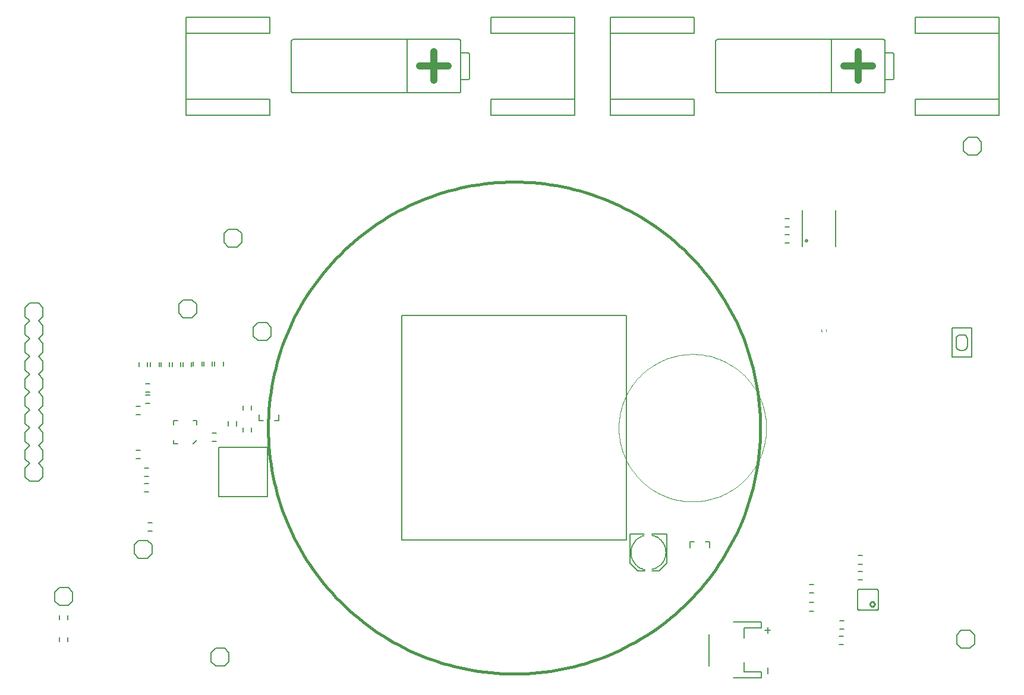
<source format=gto>
G75*
%MOIN*%
%OFA0B0*%
%FSLAX24Y24*%
%IPPOS*%
%LPD*%
%AMOC8*
5,1,8,0,0,1.08239X$1,22.5*
%
%ADD10C,0.0160*%
%ADD11C,0.0080*%
%ADD12C,0.0006*%
%ADD13C,0.0060*%
%ADD14C,0.0100*%
%ADD15C,0.0039*%
%ADD16C,0.0050*%
%ADD17C,0.0040*%
%ADD18R,0.0089X0.0098*%
%ADD19C,0.0400*%
%ADD20C,0.0070*%
D10*
X015254Y015180D02*
X015258Y015519D01*
X015271Y015857D01*
X015291Y016195D01*
X015320Y016533D01*
X015358Y016869D01*
X015403Y017205D01*
X015457Y017539D01*
X015519Y017872D01*
X015589Y018204D01*
X015668Y018533D01*
X015754Y018861D01*
X015848Y019186D01*
X015951Y019509D01*
X016061Y019829D01*
X016179Y020147D01*
X016304Y020461D01*
X016438Y020772D01*
X016579Y021080D01*
X016728Y021385D01*
X016883Y021685D01*
X017047Y021982D01*
X017217Y022275D01*
X017395Y022563D01*
X017580Y022847D01*
X017771Y023126D01*
X017970Y023401D01*
X018175Y023670D01*
X018386Y023935D01*
X018605Y024194D01*
X018829Y024448D01*
X019059Y024696D01*
X019296Y024938D01*
X019538Y025175D01*
X019786Y025405D01*
X020040Y025629D01*
X020299Y025848D01*
X020564Y026059D01*
X020833Y026264D01*
X021108Y026463D01*
X021387Y026654D01*
X021671Y026839D01*
X021959Y027017D01*
X022252Y027187D01*
X022549Y027351D01*
X022849Y027506D01*
X023154Y027655D01*
X023462Y027796D01*
X023773Y027930D01*
X024087Y028055D01*
X024405Y028173D01*
X024725Y028283D01*
X025048Y028386D01*
X025373Y028480D01*
X025701Y028566D01*
X026030Y028645D01*
X026362Y028715D01*
X026695Y028777D01*
X027029Y028831D01*
X027365Y028876D01*
X027701Y028914D01*
X028039Y028943D01*
X028377Y028963D01*
X028715Y028976D01*
X029054Y028980D01*
X029393Y028976D01*
X029731Y028963D01*
X030069Y028943D01*
X030407Y028914D01*
X030743Y028876D01*
X031079Y028831D01*
X031413Y028777D01*
X031746Y028715D01*
X032078Y028645D01*
X032407Y028566D01*
X032735Y028480D01*
X033060Y028386D01*
X033383Y028283D01*
X033703Y028173D01*
X034021Y028055D01*
X034335Y027930D01*
X034646Y027796D01*
X034954Y027655D01*
X035259Y027506D01*
X035559Y027351D01*
X035856Y027187D01*
X036149Y027017D01*
X036437Y026839D01*
X036721Y026654D01*
X037000Y026463D01*
X037275Y026264D01*
X037544Y026059D01*
X037809Y025848D01*
X038068Y025629D01*
X038322Y025405D01*
X038570Y025175D01*
X038812Y024938D01*
X039049Y024696D01*
X039279Y024448D01*
X039503Y024194D01*
X039722Y023935D01*
X039933Y023670D01*
X040138Y023401D01*
X040337Y023126D01*
X040528Y022847D01*
X040713Y022563D01*
X040891Y022275D01*
X041061Y021982D01*
X041225Y021685D01*
X041380Y021385D01*
X041529Y021080D01*
X041670Y020772D01*
X041804Y020461D01*
X041929Y020147D01*
X042047Y019829D01*
X042157Y019509D01*
X042260Y019186D01*
X042354Y018861D01*
X042440Y018533D01*
X042519Y018204D01*
X042589Y017872D01*
X042651Y017539D01*
X042705Y017205D01*
X042750Y016869D01*
X042788Y016533D01*
X042817Y016195D01*
X042837Y015857D01*
X042850Y015519D01*
X042854Y015180D01*
X042850Y014841D01*
X042837Y014503D01*
X042817Y014165D01*
X042788Y013827D01*
X042750Y013491D01*
X042705Y013155D01*
X042651Y012821D01*
X042589Y012488D01*
X042519Y012156D01*
X042440Y011827D01*
X042354Y011499D01*
X042260Y011174D01*
X042157Y010851D01*
X042047Y010531D01*
X041929Y010213D01*
X041804Y009899D01*
X041670Y009588D01*
X041529Y009280D01*
X041380Y008975D01*
X041225Y008675D01*
X041061Y008378D01*
X040891Y008085D01*
X040713Y007797D01*
X040528Y007513D01*
X040337Y007234D01*
X040138Y006959D01*
X039933Y006690D01*
X039722Y006425D01*
X039503Y006166D01*
X039279Y005912D01*
X039049Y005664D01*
X038812Y005422D01*
X038570Y005185D01*
X038322Y004955D01*
X038068Y004731D01*
X037809Y004512D01*
X037544Y004301D01*
X037275Y004096D01*
X037000Y003897D01*
X036721Y003706D01*
X036437Y003521D01*
X036149Y003343D01*
X035856Y003173D01*
X035559Y003009D01*
X035259Y002854D01*
X034954Y002705D01*
X034646Y002564D01*
X034335Y002430D01*
X034021Y002305D01*
X033703Y002187D01*
X033383Y002077D01*
X033060Y001974D01*
X032735Y001880D01*
X032407Y001794D01*
X032078Y001715D01*
X031746Y001645D01*
X031413Y001583D01*
X031079Y001529D01*
X030743Y001484D01*
X030407Y001446D01*
X030069Y001417D01*
X029731Y001397D01*
X029393Y001384D01*
X029054Y001380D01*
X028715Y001384D01*
X028377Y001397D01*
X028039Y001417D01*
X027701Y001446D01*
X027365Y001484D01*
X027029Y001529D01*
X026695Y001583D01*
X026362Y001645D01*
X026030Y001715D01*
X025701Y001794D01*
X025373Y001880D01*
X025048Y001974D01*
X024725Y002077D01*
X024405Y002187D01*
X024087Y002305D01*
X023773Y002430D01*
X023462Y002564D01*
X023154Y002705D01*
X022849Y002854D01*
X022549Y003009D01*
X022252Y003173D01*
X021959Y003343D01*
X021671Y003521D01*
X021387Y003706D01*
X021108Y003897D01*
X020833Y004096D01*
X020564Y004301D01*
X020299Y004512D01*
X020040Y004731D01*
X019786Y004955D01*
X019538Y005185D01*
X019296Y005422D01*
X019059Y005664D01*
X018829Y005912D01*
X018605Y006166D01*
X018386Y006425D01*
X018175Y006690D01*
X017970Y006959D01*
X017771Y007234D01*
X017580Y007513D01*
X017395Y007797D01*
X017217Y008085D01*
X017047Y008378D01*
X016883Y008675D01*
X016728Y008975D01*
X016579Y009280D01*
X016438Y009588D01*
X016304Y009899D01*
X016179Y010213D01*
X016061Y010531D01*
X015951Y010851D01*
X015848Y011174D01*
X015754Y011499D01*
X015668Y011827D01*
X015589Y012156D01*
X015519Y012488D01*
X015457Y012821D01*
X015403Y013155D01*
X015358Y013491D01*
X015320Y013827D01*
X015291Y014165D01*
X015271Y014503D01*
X015258Y014841D01*
X015254Y015180D01*
D11*
X014979Y015599D02*
X014743Y015599D01*
X014743Y015914D01*
X015609Y015599D02*
X015845Y015599D01*
X015845Y015914D01*
X011250Y015589D02*
X011250Y015373D01*
X011250Y015589D02*
X011034Y015589D01*
X010167Y015589D02*
X009951Y015589D01*
X009951Y015373D01*
X009951Y014507D02*
X009951Y014290D01*
X010167Y014290D01*
X011034Y014290D02*
X011250Y014507D01*
X008484Y008867D02*
X007984Y008867D01*
X007734Y008617D01*
X007734Y008117D01*
X007984Y007867D01*
X008484Y007867D01*
X008734Y008117D01*
X008734Y008617D01*
X008484Y008867D01*
X004290Y005963D02*
X004290Y005463D01*
X004040Y005213D01*
X003540Y005213D01*
X003290Y005463D01*
X003290Y005963D01*
X003540Y006213D01*
X004040Y006213D01*
X004290Y005963D01*
X012046Y002569D02*
X012046Y002069D01*
X012296Y001819D01*
X012796Y001819D01*
X013046Y002069D01*
X013046Y002569D01*
X012796Y002819D01*
X012296Y002819D01*
X012046Y002569D01*
X002370Y012180D02*
X001870Y012180D01*
X001620Y012430D01*
X001620Y012930D01*
X001870Y013180D01*
X001620Y013430D01*
X001620Y013930D01*
X001870Y014180D01*
X001620Y014430D01*
X001620Y014930D01*
X001870Y015180D01*
X001620Y015430D01*
X001620Y015930D01*
X001870Y016180D01*
X001620Y016430D01*
X001620Y016930D01*
X001870Y017180D01*
X001620Y017430D01*
X001620Y017930D01*
X001870Y018180D01*
X001620Y018430D01*
X001620Y018930D01*
X001870Y019180D01*
X001620Y019430D01*
X001620Y019930D01*
X001870Y020180D01*
X001620Y020430D01*
X001620Y020930D01*
X001870Y021180D01*
X001620Y021430D01*
X001620Y021930D01*
X001870Y022180D01*
X002370Y022180D01*
X002620Y021930D01*
X002620Y021430D01*
X002370Y021180D01*
X002620Y020930D01*
X002620Y020430D01*
X002370Y020180D01*
X002620Y019930D01*
X002620Y019430D01*
X002370Y019180D01*
X002620Y018930D01*
X002620Y018430D01*
X002370Y018180D01*
X002620Y017930D01*
X002620Y017430D01*
X002370Y017180D01*
X002620Y016930D01*
X002620Y016430D01*
X002370Y016180D01*
X002620Y015930D01*
X002620Y015430D01*
X002370Y015180D01*
X002620Y014930D01*
X002620Y014430D01*
X002370Y014180D01*
X002620Y013930D01*
X002620Y013430D01*
X002370Y013180D01*
X002620Y012930D01*
X002620Y012430D01*
X002370Y012180D01*
X014426Y020339D02*
X014676Y020089D01*
X015176Y020089D01*
X015426Y020339D01*
X015426Y020839D01*
X015176Y021089D01*
X014676Y021089D01*
X014426Y020839D01*
X014426Y020339D01*
X011234Y021619D02*
X011234Y022119D01*
X010984Y022369D01*
X010484Y022369D01*
X010234Y022119D01*
X010234Y021619D01*
X010484Y021369D01*
X010984Y021369D01*
X011234Y021619D01*
X013024Y025333D02*
X013524Y025333D01*
X013774Y025583D01*
X013774Y026083D01*
X013524Y026333D01*
X013024Y026333D01*
X012774Y026083D01*
X012774Y025583D01*
X013024Y025333D01*
X016654Y033980D02*
X023054Y033980D01*
X025954Y033980D01*
X025971Y033982D01*
X025988Y033986D01*
X026004Y033993D01*
X026018Y034003D01*
X026031Y034016D01*
X026041Y034030D01*
X026048Y034046D01*
X026052Y034063D01*
X026054Y034080D01*
X026054Y034730D01*
X026454Y034730D01*
X026471Y034732D01*
X026488Y034736D01*
X026504Y034743D01*
X026518Y034753D01*
X026531Y034766D01*
X026541Y034780D01*
X026548Y034796D01*
X026552Y034813D01*
X026554Y034830D01*
X026554Y036130D01*
X026552Y036147D01*
X026548Y036164D01*
X026541Y036180D01*
X026531Y036194D01*
X026518Y036207D01*
X026504Y036217D01*
X026488Y036224D01*
X026471Y036228D01*
X026454Y036230D01*
X026054Y036230D01*
X026054Y034730D01*
X026054Y036230D02*
X026054Y036880D01*
X026052Y036897D01*
X026048Y036914D01*
X026041Y036930D01*
X026031Y036944D01*
X026018Y036957D01*
X026004Y036967D01*
X025988Y036974D01*
X025971Y036978D01*
X025954Y036980D01*
X023054Y036980D01*
X016654Y036980D01*
X016637Y036978D01*
X016620Y036974D01*
X016604Y036967D01*
X016590Y036957D01*
X016577Y036944D01*
X016567Y036930D01*
X016560Y036914D01*
X016556Y036897D01*
X016554Y036880D01*
X016554Y034080D01*
X016556Y034063D01*
X016560Y034046D01*
X016567Y034030D01*
X016577Y034016D01*
X016590Y034003D01*
X016604Y033993D01*
X016620Y033986D01*
X016637Y033982D01*
X016654Y033980D01*
X023054Y033980D02*
X023054Y036980D01*
X040354Y036880D02*
X040354Y034080D01*
X040356Y034063D01*
X040360Y034046D01*
X040367Y034030D01*
X040377Y034016D01*
X040390Y034003D01*
X040404Y033993D01*
X040420Y033986D01*
X040437Y033982D01*
X040454Y033980D01*
X046854Y033980D01*
X049754Y033980D01*
X049771Y033982D01*
X049788Y033986D01*
X049804Y033993D01*
X049818Y034003D01*
X049831Y034016D01*
X049841Y034030D01*
X049848Y034046D01*
X049852Y034063D01*
X049854Y034080D01*
X049854Y034730D01*
X050254Y034730D01*
X050271Y034732D01*
X050288Y034736D01*
X050304Y034743D01*
X050318Y034753D01*
X050331Y034766D01*
X050341Y034780D01*
X050348Y034796D01*
X050352Y034813D01*
X050354Y034830D01*
X050354Y036130D01*
X050352Y036147D01*
X050348Y036164D01*
X050341Y036180D01*
X050331Y036194D01*
X050318Y036207D01*
X050304Y036217D01*
X050288Y036224D01*
X050271Y036228D01*
X050254Y036230D01*
X049854Y036230D01*
X049854Y034730D01*
X049854Y036230D02*
X049854Y036880D01*
X049852Y036897D01*
X049848Y036914D01*
X049841Y036930D01*
X049831Y036944D01*
X049818Y036957D01*
X049804Y036967D01*
X049788Y036974D01*
X049771Y036978D01*
X049754Y036980D01*
X046854Y036980D01*
X040454Y036980D01*
X040437Y036978D01*
X040420Y036974D01*
X040404Y036967D01*
X040390Y036957D01*
X040377Y036944D01*
X040367Y036930D01*
X040360Y036914D01*
X040356Y036897D01*
X040354Y036880D01*
X046854Y036980D02*
X046854Y033980D01*
X054251Y031234D02*
X054251Y030734D01*
X054501Y030484D01*
X055001Y030484D01*
X055251Y030734D01*
X055251Y031234D01*
X055001Y031484D01*
X054501Y031484D01*
X054251Y031234D01*
X045387Y025690D02*
X045389Y025705D01*
X045395Y025718D01*
X045404Y025730D01*
X045415Y025739D01*
X045429Y025745D01*
X045444Y025747D01*
X045459Y025745D01*
X045472Y025739D01*
X045484Y025730D01*
X045493Y025719D01*
X045499Y025705D01*
X045501Y025690D01*
X045499Y025675D01*
X045493Y025662D01*
X045484Y025650D01*
X045473Y025641D01*
X045459Y025635D01*
X045444Y025633D01*
X045429Y025635D01*
X045416Y025641D01*
X045404Y025650D01*
X045395Y025661D01*
X045389Y025675D01*
X045387Y025690D01*
X037622Y009231D02*
X036795Y009231D01*
X036362Y009231D02*
X035535Y009231D01*
X035535Y007578D01*
X035968Y007145D01*
X036382Y007145D01*
X036795Y007145D02*
X037189Y007145D01*
X037622Y007578D01*
X037622Y009231D01*
X038915Y008780D02*
X038915Y008465D01*
X038915Y008780D02*
X039151Y008780D01*
X039781Y008780D02*
X040017Y008780D01*
X040017Y008465D01*
X036795Y009153D02*
X036854Y009138D01*
X036911Y009120D01*
X036968Y009098D01*
X037023Y009073D01*
X037076Y009044D01*
X037128Y009012D01*
X037177Y008977D01*
X037224Y008939D01*
X037269Y008898D01*
X037311Y008854D01*
X037350Y008808D01*
X037386Y008760D01*
X037420Y008709D01*
X037450Y008656D01*
X037476Y008602D01*
X037500Y008546D01*
X037519Y008489D01*
X037535Y008430D01*
X037548Y008371D01*
X037557Y008311D01*
X037562Y008251D01*
X037563Y008190D01*
X037560Y008129D01*
X037554Y008069D01*
X037544Y008009D01*
X037530Y007950D01*
X037513Y007892D01*
X037492Y007835D01*
X037468Y007780D01*
X037440Y007726D01*
X037409Y007674D01*
X037375Y007624D01*
X037337Y007576D01*
X037297Y007531D01*
X037254Y007488D01*
X037209Y007448D01*
X037161Y007411D01*
X037111Y007377D01*
X037059Y007346D01*
X037005Y007319D01*
X036949Y007294D01*
X036892Y007274D01*
X036834Y007257D01*
X036775Y007243D01*
X036381Y007223D02*
X036321Y007238D01*
X036262Y007256D01*
X036204Y007279D01*
X036147Y007305D01*
X036093Y007334D01*
X036040Y007367D01*
X035989Y007403D01*
X035941Y007442D01*
X035895Y007484D01*
X035853Y007529D01*
X035812Y007576D01*
X035776Y007626D01*
X035742Y007678D01*
X035711Y007732D01*
X035684Y007788D01*
X035661Y007846D01*
X035641Y007905D01*
X035625Y007965D01*
X035613Y008025D01*
X035604Y008087D01*
X035600Y008149D01*
X035599Y008211D01*
X035602Y008273D01*
X035610Y008335D01*
X035621Y008396D01*
X035635Y008456D01*
X035654Y008515D01*
X035676Y008573D01*
X035702Y008630D01*
X035731Y008684D01*
X035764Y008737D01*
X035800Y008788D01*
X035839Y008836D01*
X035881Y008882D01*
X035926Y008925D01*
X035973Y008965D01*
X036023Y009002D01*
X036075Y009036D01*
X036129Y009066D01*
X036185Y009093D01*
X036243Y009117D01*
X036302Y009137D01*
X036362Y009153D01*
X053877Y003559D02*
X053877Y003059D01*
X054127Y002809D01*
X054627Y002809D01*
X054877Y003059D01*
X054877Y003559D01*
X054627Y003809D01*
X054127Y003809D01*
X053877Y003559D01*
D12*
X049371Y004939D02*
X049371Y004993D01*
X049372Y004992D02*
X049387Y004994D01*
X049401Y005000D01*
X049414Y005008D01*
X049424Y005018D01*
X049432Y005031D01*
X049438Y005045D01*
X049440Y005060D01*
X049493Y005061D01*
X049494Y005060D01*
X049492Y005039D01*
X049486Y005019D01*
X049477Y005000D01*
X049465Y004982D01*
X049450Y004967D01*
X049432Y004955D01*
X049413Y004946D01*
X049393Y004940D01*
X049372Y004938D01*
X049372Y004943D01*
X049392Y004945D01*
X049412Y004951D01*
X049430Y004960D01*
X049446Y004971D01*
X049461Y004986D01*
X049472Y005002D01*
X049481Y005020D01*
X049487Y005040D01*
X049489Y005060D01*
X049484Y005060D01*
X049482Y005041D01*
X049476Y005022D01*
X049468Y005005D01*
X049457Y004989D01*
X049443Y004975D01*
X049427Y004964D01*
X049410Y004956D01*
X049391Y004950D01*
X049372Y004948D01*
X049372Y004953D01*
X049390Y004955D01*
X049408Y004960D01*
X049425Y004968D01*
X049440Y004979D01*
X049453Y004992D01*
X049464Y005007D01*
X049472Y005024D01*
X049477Y005042D01*
X049479Y005060D01*
X049474Y005060D01*
X049472Y005040D01*
X049465Y005021D01*
X049456Y005004D01*
X049443Y004989D01*
X049428Y004976D01*
X049411Y004967D01*
X049392Y004960D01*
X049372Y004958D01*
X049372Y004963D01*
X049391Y004965D01*
X049409Y004971D01*
X049425Y004980D01*
X049440Y004992D01*
X049452Y005007D01*
X049461Y005023D01*
X049467Y005041D01*
X049469Y005060D01*
X049464Y005060D01*
X049462Y005042D01*
X049456Y005025D01*
X049448Y005010D01*
X049436Y004996D01*
X049422Y004984D01*
X049407Y004976D01*
X049390Y004970D01*
X049372Y004968D01*
X049372Y004973D01*
X049389Y004975D01*
X049405Y004980D01*
X049420Y004989D01*
X049433Y004999D01*
X049443Y005012D01*
X049452Y005027D01*
X049457Y005043D01*
X049459Y005060D01*
X049454Y005060D01*
X049452Y005044D01*
X049447Y005029D01*
X049439Y005015D01*
X049429Y005003D01*
X049417Y004993D01*
X049403Y004985D01*
X049388Y004980D01*
X049372Y004978D01*
X049372Y004983D01*
X049389Y004986D01*
X049405Y004991D01*
X049419Y005001D01*
X049431Y005013D01*
X049441Y005027D01*
X049446Y005043D01*
X049449Y005060D01*
X049444Y005060D01*
X049442Y005044D01*
X049436Y005029D01*
X049427Y005016D01*
X049416Y005005D01*
X049403Y004996D01*
X049388Y004990D01*
X049372Y004988D01*
X048273Y005061D02*
X048327Y005061D01*
X048326Y005060D02*
X048328Y005045D01*
X048334Y005031D01*
X048342Y005018D01*
X048352Y005008D01*
X048365Y005000D01*
X048379Y004994D01*
X048394Y004992D01*
X048395Y004939D01*
X048394Y004938D01*
X048373Y004940D01*
X048353Y004946D01*
X048334Y004955D01*
X048316Y004967D01*
X048301Y004982D01*
X048289Y005000D01*
X048280Y005019D01*
X048274Y005039D01*
X048272Y005060D01*
X048277Y005060D01*
X048279Y005040D01*
X048285Y005020D01*
X048294Y005002D01*
X048305Y004986D01*
X048320Y004971D01*
X048336Y004960D01*
X048354Y004951D01*
X048374Y004945D01*
X048394Y004943D01*
X048394Y004948D01*
X048375Y004950D01*
X048356Y004956D01*
X048339Y004964D01*
X048323Y004975D01*
X048309Y004989D01*
X048298Y005005D01*
X048290Y005022D01*
X048284Y005041D01*
X048282Y005060D01*
X048287Y005060D01*
X048289Y005042D01*
X048294Y005024D01*
X048302Y005007D01*
X048313Y004992D01*
X048326Y004979D01*
X048341Y004968D01*
X048358Y004960D01*
X048376Y004955D01*
X048394Y004953D01*
X048394Y004958D01*
X048374Y004960D01*
X048355Y004967D01*
X048338Y004976D01*
X048323Y004989D01*
X048310Y005004D01*
X048301Y005021D01*
X048294Y005040D01*
X048292Y005060D01*
X048297Y005060D01*
X048299Y005041D01*
X048305Y005023D01*
X048314Y005007D01*
X048326Y004992D01*
X048341Y004980D01*
X048357Y004971D01*
X048375Y004965D01*
X048394Y004963D01*
X048394Y004968D01*
X048376Y004970D01*
X048359Y004976D01*
X048344Y004984D01*
X048330Y004996D01*
X048318Y005010D01*
X048310Y005025D01*
X048304Y005042D01*
X048302Y005060D01*
X048307Y005060D01*
X048309Y005043D01*
X048314Y005027D01*
X048323Y005012D01*
X048333Y004999D01*
X048346Y004989D01*
X048361Y004980D01*
X048377Y004975D01*
X048394Y004973D01*
X048394Y004978D01*
X048378Y004980D01*
X048363Y004985D01*
X048349Y004993D01*
X048337Y005003D01*
X048327Y005015D01*
X048319Y005029D01*
X048314Y005044D01*
X048312Y005060D01*
X048317Y005060D01*
X048320Y005043D01*
X048325Y005027D01*
X048335Y005013D01*
X048347Y005001D01*
X048361Y004991D01*
X048377Y004986D01*
X048394Y004983D01*
X048394Y004988D01*
X048378Y004990D01*
X048363Y004996D01*
X048350Y005005D01*
X048339Y005016D01*
X048330Y005029D01*
X048324Y005044D01*
X048322Y005060D01*
D13*
X003539Y003435D02*
X003539Y003199D01*
X004011Y003199D02*
X004011Y003435D01*
X004017Y004419D02*
X004017Y004656D01*
X003545Y004656D02*
X003545Y004419D01*
X008511Y009393D02*
X008748Y009393D01*
X008748Y009865D02*
X008511Y009865D01*
X008560Y011575D02*
X008324Y011575D01*
X008324Y012048D02*
X008560Y012048D01*
X008560Y012451D02*
X008324Y012451D01*
X008324Y012923D02*
X008560Y012923D01*
X008074Y013452D02*
X007837Y013452D01*
X007837Y013925D02*
X008074Y013925D01*
X008074Y015923D02*
X007837Y015923D01*
X007837Y016396D02*
X008074Y016396D01*
X008383Y016562D02*
X008619Y016562D01*
X008619Y017034D02*
X008383Y017034D01*
X008383Y017183D02*
X008619Y017183D01*
X008619Y017656D02*
X008383Y017656D01*
X008482Y018625D02*
X008482Y018861D01*
X008659Y018861D02*
X008659Y018625D01*
X009131Y018625D02*
X009131Y018861D01*
X009250Y018868D02*
X009250Y018632D01*
X009723Y018632D02*
X009723Y018868D01*
X009879Y018868D02*
X009879Y018632D01*
X010352Y018632D02*
X010352Y018868D01*
X010469Y018868D02*
X010469Y018632D01*
X010941Y018632D02*
X010941Y018868D01*
X011060Y018881D02*
X011060Y018645D01*
X011532Y018645D02*
X011532Y018881D01*
X011651Y018881D02*
X011651Y018645D01*
X012123Y018645D02*
X012123Y018881D01*
X012261Y018888D02*
X012261Y018652D01*
X012734Y018652D02*
X012734Y018888D01*
X013847Y016416D02*
X013847Y016180D01*
X014319Y016180D02*
X014319Y016416D01*
X013493Y015545D02*
X013493Y015308D01*
X013848Y015204D02*
X013848Y014967D01*
X014320Y014967D02*
X014320Y015204D01*
X013020Y015308D02*
X013020Y015545D01*
X012337Y014885D02*
X012100Y014885D01*
X012100Y014412D02*
X012337Y014412D01*
X008010Y018625D02*
X008010Y018861D01*
X044236Y025544D02*
X044472Y025544D01*
X044472Y026016D02*
X044236Y026016D01*
X044236Y026444D02*
X044472Y026444D01*
X044472Y026916D02*
X044236Y026916D01*
X045224Y027380D02*
X045224Y025370D01*
X047084Y025370D02*
X047084Y027380D01*
X048356Y008011D02*
X048592Y008011D01*
X048592Y007539D02*
X048356Y007539D01*
X048356Y007141D02*
X048592Y007141D01*
X048592Y006669D02*
X048356Y006669D01*
X048397Y006130D02*
X049369Y006130D01*
X049369Y006129D02*
X049386Y006128D01*
X049403Y006123D01*
X049418Y006116D01*
X049432Y006106D01*
X049444Y006094D01*
X049454Y006080D01*
X049461Y006065D01*
X049466Y006048D01*
X049467Y006031D01*
X049467Y006035D02*
X049467Y005067D01*
X049365Y004964D02*
X048397Y004964D01*
X048298Y005067D02*
X048298Y006035D01*
X048299Y006031D02*
X048300Y006048D01*
X048305Y006065D01*
X048312Y006080D01*
X048322Y006094D01*
X048334Y006106D01*
X048348Y006116D01*
X048363Y006123D01*
X048380Y006128D01*
X048397Y006129D01*
X045835Y005928D02*
X045599Y005928D01*
X045613Y005377D02*
X045849Y005377D01*
X045849Y004904D02*
X045613Y004904D01*
X047310Y004350D02*
X047546Y004350D01*
X047546Y003878D02*
X047310Y003878D01*
X047290Y003500D02*
X047526Y003500D01*
X047526Y003027D02*
X047290Y003027D01*
X045835Y006400D02*
X045599Y006400D01*
D14*
X049009Y005291D02*
X049011Y005313D01*
X049017Y005335D01*
X049026Y005355D01*
X049039Y005373D01*
X049055Y005389D01*
X049073Y005402D01*
X049093Y005411D01*
X049115Y005417D01*
X049137Y005419D01*
X049159Y005417D01*
X049181Y005411D01*
X049201Y005402D01*
X049219Y005389D01*
X049235Y005373D01*
X049248Y005355D01*
X049257Y005335D01*
X049263Y005313D01*
X049265Y005291D01*
X049263Y005269D01*
X049257Y005247D01*
X049248Y005227D01*
X049235Y005209D01*
X049219Y005193D01*
X049201Y005180D01*
X049181Y005171D01*
X049159Y005165D01*
X049137Y005163D01*
X049115Y005165D01*
X049093Y005171D01*
X049073Y005180D01*
X049055Y005193D01*
X049039Y005209D01*
X049026Y005227D01*
X049017Y005247D01*
X049011Y005269D01*
X049009Y005291D01*
D15*
X034920Y015180D02*
X034922Y015308D01*
X034928Y015436D01*
X034938Y015563D01*
X034952Y015691D01*
X034969Y015817D01*
X034991Y015943D01*
X035017Y016069D01*
X035046Y016193D01*
X035079Y016317D01*
X035116Y016439D01*
X035157Y016560D01*
X035202Y016680D01*
X035250Y016799D01*
X035302Y016916D01*
X035358Y017031D01*
X035417Y017145D01*
X035479Y017256D01*
X035545Y017366D01*
X035614Y017473D01*
X035687Y017579D01*
X035763Y017682D01*
X035842Y017782D01*
X035924Y017881D01*
X036009Y017976D01*
X036097Y018069D01*
X036188Y018159D01*
X036281Y018246D01*
X036378Y018331D01*
X036476Y018412D01*
X036578Y018490D01*
X036681Y018565D01*
X036787Y018637D01*
X036895Y018706D01*
X037005Y018771D01*
X037118Y018832D01*
X037232Y018891D01*
X037347Y018945D01*
X037465Y018996D01*
X037583Y019044D01*
X037704Y019087D01*
X037825Y019127D01*
X037948Y019163D01*
X038072Y019196D01*
X038197Y019224D01*
X038322Y019249D01*
X038448Y019269D01*
X038575Y019286D01*
X038703Y019299D01*
X038830Y019308D01*
X038958Y019313D01*
X039086Y019314D01*
X039214Y019311D01*
X039342Y019304D01*
X039469Y019293D01*
X039596Y019278D01*
X039723Y019260D01*
X039849Y019237D01*
X039974Y019210D01*
X040098Y019180D01*
X040221Y019146D01*
X040344Y019108D01*
X040465Y019066D01*
X040584Y019020D01*
X040702Y018971D01*
X040819Y018918D01*
X040934Y018862D01*
X041047Y018802D01*
X041158Y018739D01*
X041267Y018672D01*
X041374Y018602D01*
X041479Y018528D01*
X041581Y018452D01*
X041681Y018372D01*
X041779Y018289D01*
X041874Y018203D01*
X041966Y018114D01*
X042055Y018023D01*
X042142Y017929D01*
X042225Y017832D01*
X042306Y017732D01*
X042383Y017631D01*
X042458Y017526D01*
X042529Y017420D01*
X042596Y017311D01*
X042661Y017201D01*
X042721Y017088D01*
X042779Y016974D01*
X042832Y016858D01*
X042882Y016740D01*
X042929Y016621D01*
X042972Y016500D01*
X043011Y016378D01*
X043046Y016255D01*
X043077Y016131D01*
X043105Y016006D01*
X043128Y015880D01*
X043148Y015754D01*
X043164Y015627D01*
X043176Y015500D01*
X043184Y015372D01*
X043188Y015244D01*
X043188Y015116D01*
X043184Y014988D01*
X043176Y014860D01*
X043164Y014733D01*
X043148Y014606D01*
X043128Y014480D01*
X043105Y014354D01*
X043077Y014229D01*
X043046Y014105D01*
X043011Y013982D01*
X042972Y013860D01*
X042929Y013739D01*
X042882Y013620D01*
X042832Y013502D01*
X042779Y013386D01*
X042721Y013272D01*
X042661Y013159D01*
X042596Y013049D01*
X042529Y012940D01*
X042458Y012834D01*
X042383Y012729D01*
X042306Y012628D01*
X042225Y012528D01*
X042142Y012431D01*
X042055Y012337D01*
X041966Y012246D01*
X041874Y012157D01*
X041779Y012071D01*
X041681Y011988D01*
X041581Y011908D01*
X041479Y011832D01*
X041374Y011758D01*
X041267Y011688D01*
X041158Y011621D01*
X041047Y011558D01*
X040934Y011498D01*
X040819Y011442D01*
X040702Y011389D01*
X040584Y011340D01*
X040465Y011294D01*
X040344Y011252D01*
X040221Y011214D01*
X040098Y011180D01*
X039974Y011150D01*
X039849Y011123D01*
X039723Y011100D01*
X039596Y011082D01*
X039469Y011067D01*
X039342Y011056D01*
X039214Y011049D01*
X039086Y011046D01*
X038958Y011047D01*
X038830Y011052D01*
X038703Y011061D01*
X038575Y011074D01*
X038448Y011091D01*
X038322Y011111D01*
X038197Y011136D01*
X038072Y011164D01*
X037948Y011197D01*
X037825Y011233D01*
X037704Y011273D01*
X037583Y011316D01*
X037465Y011364D01*
X037347Y011415D01*
X037232Y011469D01*
X037118Y011528D01*
X037005Y011589D01*
X036895Y011654D01*
X036787Y011723D01*
X036681Y011795D01*
X036578Y011870D01*
X036476Y011948D01*
X036378Y012029D01*
X036281Y012114D01*
X036188Y012201D01*
X036097Y012291D01*
X036009Y012384D01*
X035924Y012479D01*
X035842Y012578D01*
X035763Y012678D01*
X035687Y012781D01*
X035614Y012887D01*
X035545Y012994D01*
X035479Y013104D01*
X035417Y013215D01*
X035358Y013329D01*
X035302Y013444D01*
X035250Y013561D01*
X035202Y013680D01*
X035157Y013800D01*
X035116Y013921D01*
X035079Y014043D01*
X035046Y014167D01*
X035017Y014291D01*
X034991Y014417D01*
X034969Y014543D01*
X034952Y014669D01*
X034938Y014797D01*
X034928Y014924D01*
X034922Y015052D01*
X034920Y015180D01*
D16*
X035354Y008880D02*
X035354Y021480D01*
X022754Y021480D01*
X022754Y008880D01*
X035354Y008880D01*
X041341Y004294D02*
X042916Y004294D01*
X042916Y003960D01*
X041932Y003960D01*
X041932Y003408D01*
X041932Y002030D02*
X041932Y001479D01*
X042916Y001479D01*
X042916Y001145D01*
X041341Y001145D01*
X039963Y001834D02*
X039963Y003605D01*
X053602Y019143D02*
X054704Y019143D01*
X054704Y020797D01*
X053602Y020797D01*
X053602Y019143D01*
X054074Y019537D02*
X054232Y019537D01*
X054260Y019539D01*
X054288Y019544D01*
X054316Y019552D01*
X054342Y019564D01*
X054366Y019579D01*
X054388Y019596D01*
X054409Y019617D01*
X054426Y019639D01*
X054441Y019663D01*
X054453Y019689D01*
X054461Y019717D01*
X054466Y019745D01*
X054468Y019773D01*
X054468Y020167D01*
X054466Y020195D01*
X054461Y020223D01*
X054453Y020251D01*
X054441Y020277D01*
X054426Y020301D01*
X054409Y020323D01*
X054388Y020344D01*
X054366Y020361D01*
X054342Y020376D01*
X054316Y020388D01*
X054288Y020396D01*
X054260Y020401D01*
X054232Y020403D01*
X054074Y020403D01*
X054046Y020401D01*
X054018Y020396D01*
X053990Y020388D01*
X053964Y020376D01*
X053940Y020361D01*
X053918Y020344D01*
X053897Y020323D01*
X053880Y020301D01*
X053865Y020277D01*
X053853Y020251D01*
X053845Y020223D01*
X053840Y020195D01*
X053838Y020167D01*
X053838Y019773D01*
X053840Y019745D01*
X053845Y019717D01*
X053853Y019689D01*
X053865Y019663D01*
X053880Y019639D01*
X053897Y019617D01*
X053918Y019596D01*
X053940Y019579D01*
X053964Y019564D01*
X053990Y019552D01*
X054018Y019544D01*
X054046Y019539D01*
X054074Y019537D01*
X056254Y032730D02*
X051554Y032730D01*
X051554Y033630D01*
X056254Y033630D01*
X056254Y032730D01*
X056254Y033630D02*
X056254Y037330D01*
X051554Y037330D01*
X051554Y038230D01*
X056254Y038230D01*
X056254Y037330D01*
X039154Y037330D02*
X034454Y037330D01*
X034454Y033630D01*
X039154Y033630D01*
X039154Y032730D01*
X034454Y032730D01*
X034454Y033630D01*
X032454Y033630D02*
X032454Y032730D01*
X027754Y032730D01*
X027754Y033630D01*
X032454Y033630D01*
X032454Y037330D01*
X027754Y037330D01*
X027754Y038230D01*
X032454Y038230D01*
X032454Y037330D01*
X034454Y037330D02*
X034454Y038230D01*
X039154Y038230D01*
X039154Y037330D01*
X015354Y037330D02*
X010654Y037330D01*
X010654Y033630D01*
X015354Y033630D01*
X015354Y032730D01*
X010654Y032730D01*
X010654Y033630D01*
X010654Y037330D02*
X010654Y038230D01*
X015354Y038230D01*
X015354Y037330D01*
X015219Y014097D02*
X012463Y014097D01*
X012463Y011341D01*
X015219Y011341D01*
X015219Y014097D01*
D17*
X046278Y020578D02*
X046278Y020736D01*
X046553Y020736D02*
X046553Y020578D01*
D18*
X046302Y020608D03*
D19*
X048354Y034680D02*
X048354Y036280D01*
X047554Y035480D02*
X049154Y035480D01*
X025354Y035480D02*
X023754Y035480D01*
X024554Y036280D02*
X024554Y034680D01*
D20*
X043264Y003981D02*
X043264Y003654D01*
X043101Y003818D02*
X043428Y003818D01*
X043264Y001731D02*
X043264Y001404D01*
M02*

</source>
